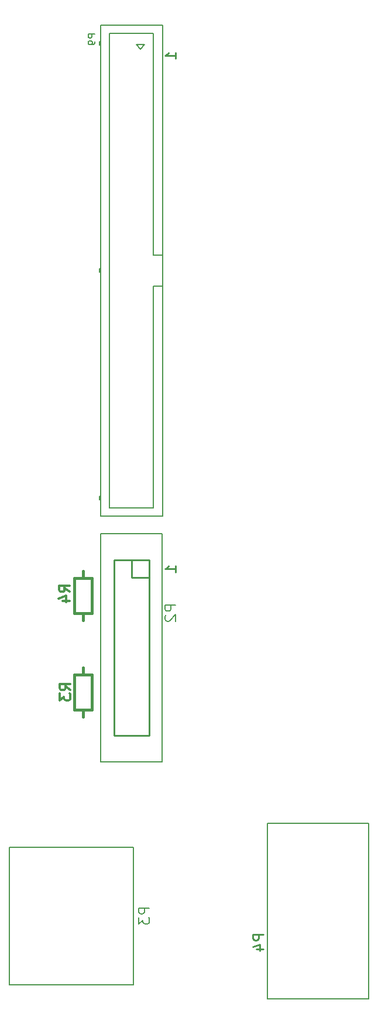
<source format=gbo>
G04 #@! TF.FileFunction,Legend,Bot*
%FSLAX46Y46*%
G04 Gerber Fmt 4.6, Leading zero omitted, Abs format (unit mm)*
G04 Created by KiCad (PCBNEW (after 2015-mar-04 BZR unknown)-product) date Fri 15 Feb 2019 07:31:32 AM EST*
%MOMM*%
G01*
G04 APERTURE LIST*
%ADD10C,0.020000*%
%ADD11C,0.254000*%
%ADD12C,0.152400*%
%ADD13C,0.150000*%
%ADD14C,0.381000*%
%ADD15C,0.203200*%
%ADD16C,0.304800*%
G04 APERTURE END LIST*
D10*
D11*
X99114429Y-104575429D02*
X99114429Y-103704572D01*
X99114429Y-104140000D02*
X97590429Y-104140000D01*
X97808143Y-103994857D01*
X97953286Y-103849715D01*
X98025857Y-103704572D01*
X99114429Y-30280429D02*
X99114429Y-29409572D01*
X99114429Y-29845000D02*
X97590429Y-29845000D01*
X97808143Y-29699857D01*
X97953286Y-29554715D01*
X98025857Y-29409572D01*
D12*
X92964000Y-146812000D02*
X92964000Y-144373600D01*
X75057000Y-147447000D02*
X75057000Y-144399000D01*
X75057000Y-161798000D02*
X75057000Y-164338000D01*
X75057000Y-164338000D02*
X76200000Y-164338000D01*
X92964000Y-161798000D02*
X92964000Y-164338000D01*
X92964000Y-164338000D02*
X92075000Y-164338000D01*
X92964000Y-144399000D02*
X75057000Y-144399000D01*
X92964000Y-146812000D02*
X92964000Y-161798000D01*
X92202000Y-164338000D02*
X76200000Y-164338000D01*
X75057000Y-161798000D02*
X75057000Y-147447000D01*
D13*
X127000000Y-166370000D02*
X127000000Y-140970000D01*
X127000000Y-140970000D02*
X112395000Y-140970000D01*
X112395000Y-140970000D02*
X112395000Y-166370000D01*
X112395000Y-166370000D02*
X127000000Y-166370000D01*
X97180000Y-25410000D02*
X88240000Y-25410000D01*
X88240000Y-25410000D02*
X88240000Y-96510000D01*
X88240000Y-96510000D02*
X97180000Y-96510000D01*
X97180000Y-96510000D02*
X97180000Y-25410000D01*
X97180000Y-58735000D02*
X95880000Y-58735000D01*
X95880000Y-58735000D02*
X95880000Y-26610000D01*
X95880000Y-26610000D02*
X89540000Y-26610000D01*
X89540000Y-26610000D02*
X89540000Y-95310000D01*
X89540000Y-95310000D02*
X95880000Y-95310000D01*
X95880000Y-95310000D02*
X95880000Y-63185000D01*
X95880000Y-63185000D02*
X97180000Y-63185000D01*
X88240000Y-60710000D02*
X88040000Y-60710000D01*
X88040000Y-60710000D02*
X88040000Y-61210000D01*
X88040000Y-61210000D02*
X88240000Y-61210000D01*
X88140000Y-60710000D02*
X88140000Y-61210000D01*
X88240000Y-93590000D02*
X88040000Y-93590000D01*
X88040000Y-93590000D02*
X88040000Y-94090000D01*
X88040000Y-94090000D02*
X88240000Y-94090000D01*
X88140000Y-93590000D02*
X88140000Y-94090000D01*
X88240000Y-27830000D02*
X88040000Y-27830000D01*
X88040000Y-27830000D02*
X88040000Y-28330000D01*
X88040000Y-28330000D02*
X88240000Y-28330000D01*
X88140000Y-27830000D02*
X88140000Y-28330000D01*
X94580000Y-28280000D02*
X93380000Y-28280000D01*
X93380000Y-28280000D02*
X93980000Y-28880000D01*
X93980000Y-28880000D02*
X94580000Y-28280000D01*
D12*
X88265000Y-99060000D02*
X97155000Y-99060000D01*
X97155000Y-99060000D02*
X97155000Y-132080000D01*
X97155000Y-132080000D02*
X88265000Y-132080000D01*
X88265000Y-132080000D02*
X88265000Y-99060000D01*
D11*
X90170000Y-128270000D02*
X90170000Y-102870000D01*
X95250000Y-105410000D02*
X95250000Y-128270000D01*
X90170000Y-128270000D02*
X95250000Y-128270000D01*
X90170000Y-102870000D02*
X92710000Y-102870000D01*
X95250000Y-102870000D02*
X95250000Y-105410000D01*
X92710000Y-102870000D02*
X92710000Y-105410000D01*
X92710000Y-105410000D02*
X95250000Y-105410000D01*
X95250000Y-102870000D02*
X92710000Y-102870000D01*
D14*
X85725000Y-119458740D02*
X85725000Y-118442740D01*
X85725000Y-124538740D02*
X85725000Y-125554740D01*
X84455000Y-119458740D02*
X84455000Y-124538740D01*
X84455000Y-124538740D02*
X86995000Y-124538740D01*
X86995000Y-124538740D02*
X86995000Y-119458740D01*
X86995000Y-119458740D02*
X84455000Y-119458740D01*
X85725000Y-105488740D02*
X85725000Y-104472740D01*
X85725000Y-110568740D02*
X85725000Y-111584740D01*
X84455000Y-105488740D02*
X84455000Y-110568740D01*
X84455000Y-110568740D02*
X86995000Y-110568740D01*
X86995000Y-110568740D02*
X86995000Y-105488740D01*
X86995000Y-105488740D02*
X84455000Y-105488740D01*
D12*
X95304429Y-153180143D02*
X93780429Y-153180143D01*
X93780429Y-153760715D01*
X93853000Y-153905857D01*
X93925571Y-153978429D01*
X94070714Y-154051000D01*
X94288429Y-154051000D01*
X94433571Y-153978429D01*
X94506143Y-153905857D01*
X94578714Y-153760715D01*
X94578714Y-153180143D01*
X93780429Y-154559000D02*
X93780429Y-155502429D01*
X94361000Y-154994429D01*
X94361000Y-155212143D01*
X94433571Y-155357286D01*
X94506143Y-155429857D01*
X94651286Y-155502429D01*
X95014143Y-155502429D01*
X95159286Y-155429857D01*
X95231857Y-155357286D01*
X95304429Y-155212143D01*
X95304429Y-154776715D01*
X95231857Y-154631572D01*
X95159286Y-154559000D01*
D11*
X111814429Y-156990143D02*
X110290429Y-156990143D01*
X110290429Y-157570715D01*
X110363000Y-157715857D01*
X110435571Y-157788429D01*
X110580714Y-157861000D01*
X110798429Y-157861000D01*
X110943571Y-157788429D01*
X111016143Y-157715857D01*
X111088714Y-157570715D01*
X111088714Y-156990143D01*
X110798429Y-159167286D02*
X111814429Y-159167286D01*
X110217857Y-158804429D02*
X111306429Y-158441572D01*
X111306429Y-159385000D01*
D13*
X87432381Y-26741905D02*
X86432381Y-26741905D01*
X86432381Y-27122858D01*
X86480000Y-27218096D01*
X86527619Y-27265715D01*
X86622857Y-27313334D01*
X86765714Y-27313334D01*
X86860952Y-27265715D01*
X86908571Y-27218096D01*
X86956190Y-27122858D01*
X86956190Y-26741905D01*
X87432381Y-27789524D02*
X87432381Y-27980000D01*
X87384762Y-28075239D01*
X87337143Y-28122858D01*
X87194286Y-28218096D01*
X87003810Y-28265715D01*
X86622857Y-28265715D01*
X86527619Y-28218096D01*
X86480000Y-28170477D01*
X86432381Y-28075239D01*
X86432381Y-27884762D01*
X86480000Y-27789524D01*
X86527619Y-27741905D01*
X86622857Y-27694286D01*
X86860952Y-27694286D01*
X86956190Y-27741905D01*
X87003810Y-27789524D01*
X87051429Y-27884762D01*
X87051429Y-28075239D01*
X87003810Y-28170477D01*
X86956190Y-28218096D01*
X86860952Y-28265715D01*
D15*
X99114429Y-109365143D02*
X97590429Y-109365143D01*
X97590429Y-109945715D01*
X97663000Y-110090857D01*
X97735571Y-110163429D01*
X97880714Y-110236000D01*
X98098429Y-110236000D01*
X98243571Y-110163429D01*
X98316143Y-110090857D01*
X98388714Y-109945715D01*
X98388714Y-109365143D01*
X97735571Y-110816572D02*
X97663000Y-110889143D01*
X97590429Y-111034286D01*
X97590429Y-111397143D01*
X97663000Y-111542286D01*
X97735571Y-111614857D01*
X97880714Y-111687429D01*
X98025857Y-111687429D01*
X98243571Y-111614857D01*
X99114429Y-110744000D01*
X99114429Y-111687429D01*
D16*
X83874429Y-121666000D02*
X83148714Y-121158000D01*
X83874429Y-120795143D02*
X82350429Y-120795143D01*
X82350429Y-121375715D01*
X82423000Y-121520857D01*
X82495571Y-121593429D01*
X82640714Y-121666000D01*
X82858429Y-121666000D01*
X83003571Y-121593429D01*
X83076143Y-121520857D01*
X83148714Y-121375715D01*
X83148714Y-120795143D01*
X82350429Y-122174000D02*
X82350429Y-123117429D01*
X82931000Y-122609429D01*
X82931000Y-122827143D01*
X83003571Y-122972286D01*
X83076143Y-123044857D01*
X83221286Y-123117429D01*
X83584143Y-123117429D01*
X83729286Y-123044857D01*
X83801857Y-122972286D01*
X83874429Y-122827143D01*
X83874429Y-122391715D01*
X83801857Y-122246572D01*
X83729286Y-122174000D01*
X83747429Y-107442000D02*
X83021714Y-106934000D01*
X83747429Y-106571143D02*
X82223429Y-106571143D01*
X82223429Y-107151715D01*
X82296000Y-107296857D01*
X82368571Y-107369429D01*
X82513714Y-107442000D01*
X82731429Y-107442000D01*
X82876571Y-107369429D01*
X82949143Y-107296857D01*
X83021714Y-107151715D01*
X83021714Y-106571143D01*
X82731429Y-108748286D02*
X83747429Y-108748286D01*
X82150857Y-108385429D02*
X83239429Y-108022572D01*
X83239429Y-108966000D01*
M02*

</source>
